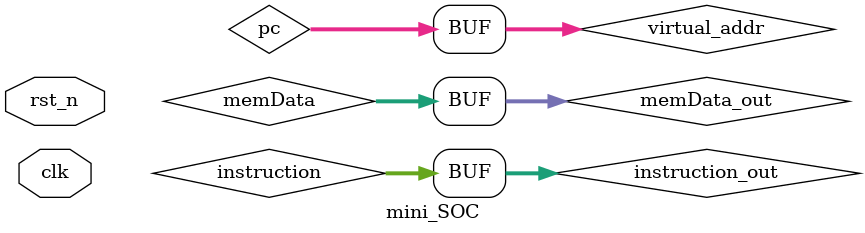
<source format=v>
`timescale 1ns / 1ps


module mini_SOC(
           input clk,
           input rst_n
       );


////////////////////////////////////
//////////////  CPU  ///////////////
////////////////////////////////////

// CPU_only Inputs
wire  [31:0]  instruction;
wire  [31:0]  memData;

// CPU_only Outputs
wire  [31:0]  pc;
wire  MemWrite_out;
wire  [31:0]  data_addr;
wire  [31:0]  data_out;

CPU_only  u_CPU_only (
              .clk                     ( clk            ),
              .rst_n                   ( rst_n          ),
              .instruction             ( instruction    ),
              .memData                 ( memData        ),

              .pc                      ( pc             ),
              .MemWrite_out            ( MemWrite_out   ),
              .data_addr               ( data_addr      ),
              .data_out                ( data_out       )
          );


////////////////////////////////////
////////  instruction MMU  /////////
////////////////////////////////////

// inst_mmu Inputs
wire  [31:0]  virtual_addr;

assign virtual_addr = pc;

// inst_mmu Outputs
wire  [31:0]  real_addr;

inst_mmu  u_inst_mmu (
              .virtual_addr            ( virtual_addr   ),

              .real_addr               ( real_addr      )
          );



////////////////////////////////////
////////  instruction ROM  /////////
////////////////////////////////////


// blk_mem_gen_0 Inputs
wire [13:0] inst_addr;

assign inst_addr = real_addr[15:2];

// blk_mem_gen_0 Outputs // instructions
wire  [31:0]  instruction_out;

assign instruction = instruction_out;

inst_rom  u_inst_rom (
              .clka                    ( clk             ),
              .addra                   ( inst_addr       ),

              .douta                   ( instruction_out )
          );


////////////////////////////////////
////////////  data RAM  ////////////
////////////////////////////////////


// input
wire MemWrite;
wire [31:0] data_in;
wire [13:0] data_addr_in;

assign MemWrite = MemWrite_out;
assign data_in = data_out;
assign data_addr_in = data_addr[15:2];

// output
wire [31:0] memData_out;

assign memData_out = memData;


data_ram  u_data_ram (
              .clka                    ( clk          ),

              .wea                     ( MemWrite     ),
              .addra                   ( data_addr_in ),
              .dina                    ( data_in       ),

              .douta                   ( memData_out   )
          );


endmodule

</source>
